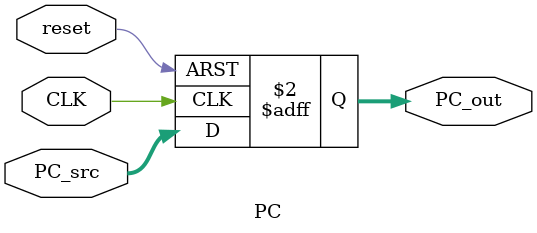
<source format=v>
`timescale 1ns/10ps
module PC(
	input	wire			CLK, //时钟信号
	input	wire			reset, //是否复位
	input	wire [31:0]		PC_src, //PC+4得到的值
	output	reg	 [31:0]	    PC_out //当前指令的地址
);

always@(posedge CLK or posedge reset) begin
//	if(reset)	PC_out <=  32'hBFC00000; //复位值
	if(reset)   PC_out <= 32'd0; //方便测试
	else  	PC_out <= PC_src;
end

endmodule
</source>
